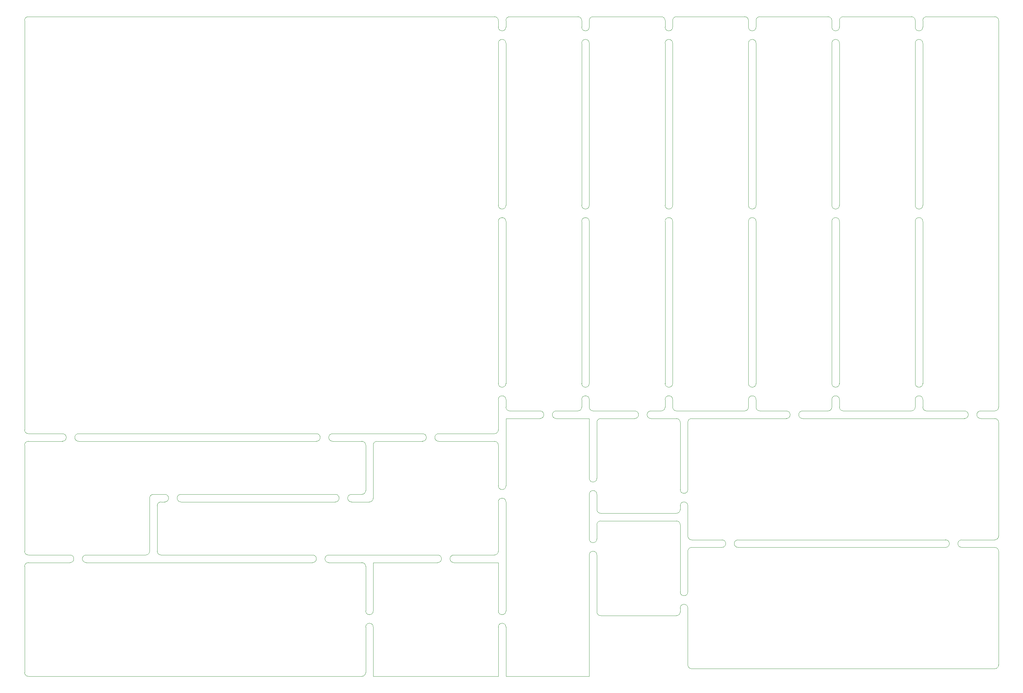
<source format=gbr>
%TF.GenerationSoftware,KiCad,Pcbnew,(6.0.5)*%
%TF.CreationDate,2022-07-28T21:37:23+02:00*%
%TF.ProjectId,clarinoid-devboard,636c6172-696e-46f6-9964-2d646576626f,rev?*%
%TF.SameCoordinates,Original*%
%TF.FileFunction,Profile,NP*%
%FSLAX46Y46*%
G04 Gerber Fmt 4.6, Leading zero omitted, Abs format (unit mm)*
G04 Created by KiCad (PCBNEW (6.0.5)) date 2022-07-28 21:37:23*
%MOMM*%
%LPD*%
G01*
G04 APERTURE LIST*
%TA.AperFunction,Profile*%
%ADD10C,0.100000*%
%TD*%
G04 APERTURE END LIST*
D10*
X525139305Y-4850035D02*
X543139304Y-4850034D01*
X504139274Y-111850064D02*
X504139304Y-129600034D01*
X412389304Y-114849966D02*
G75*
G03*
X412389304Y-116850034I-4J-1000034D01*
G01*
X422139304Y-132850104D02*
G75*
G03*
X423139304Y-131850034I-4J1000004D01*
G01*
X347389304Y-146849966D02*
G75*
G03*
X347389304Y-148850034I-4J-1000034D01*
G01*
X456139304Y-148850034D02*
X456139304Y-161600034D01*
X568139304Y-58850034D02*
G75*
G03*
X566139304Y-58850034I-1000000J0D01*
G01*
X504139304Y-129600034D02*
G75*
G03*
X506139304Y-129600034I1000000J0D01*
G01*
X368139304Y-130850034D02*
X365139304Y-130850034D01*
X331139266Y-113850034D02*
G75*
G03*
X332139304Y-114850034I1000034J34D01*
G01*
X423139304Y-148850034D02*
X440139304Y-148850034D01*
X467139304Y-110849966D02*
G75*
G03*
X467139304Y-108850034I-4J999966D01*
G01*
X568139304Y-105850034D02*
X568139304Y-107850034D01*
X507139304Y-110850004D02*
G75*
G03*
X506139304Y-111850034I-4J-999996D01*
G01*
X587139303Y-108850033D02*
X583389304Y-108850034D01*
X347389304Y-148850034D02*
X407139304Y-148850034D01*
X566139304Y-101600034D02*
G75*
G03*
X568139304Y-101600034I1000000J0D01*
G01*
X482139366Y-134850034D02*
G75*
G03*
X483139304Y-135850034I999934J-66D01*
G01*
X500139304Y-105850034D02*
X500139303Y-107850033D01*
X471389304Y-110850034D02*
X480139304Y-110850034D01*
X436139304Y-116849966D02*
G75*
G03*
X436139304Y-114850034I-4J999966D01*
G01*
X587139274Y-142849974D02*
G75*
G03*
X588139274Y-141850004I26J999974D01*
G01*
X502139304Y-58850034D02*
G75*
G03*
X500139304Y-58850034I-1000000J0D01*
G01*
X455139274Y-116850064D02*
X440389304Y-116850034D01*
X480139304Y-7600034D02*
X480139305Y-5850035D01*
X455139274Y-146850004D02*
X444389304Y-146850034D01*
X456139304Y-58850034D02*
X456139304Y-101600034D01*
X543139303Y-108850003D02*
G75*
G03*
X544139303Y-107850033I-3J1000003D01*
G01*
X365139304Y-130850004D02*
G75*
G03*
X364139304Y-131850034I-4J-999996D01*
G01*
X483139304Y-135850034D02*
X503139274Y-135850004D01*
X456139304Y-105850034D02*
X456139304Y-113850034D01*
X519389304Y-142850034D02*
X574139304Y-142850034D01*
X440389304Y-114850034D02*
X455139304Y-114850034D01*
X480139304Y-146850034D02*
X480139304Y-178850034D01*
X345389304Y-114850034D02*
X408139304Y-114850034D01*
X421139304Y-161600034D02*
X421139274Y-149850064D01*
X544139304Y-101600034D02*
G75*
G03*
X546139304Y-101600034I1000000J0D01*
G01*
X524139304Y-11850034D02*
G75*
G03*
X522139304Y-11850034I-1000000J0D01*
G01*
X413139304Y-132849966D02*
G75*
G03*
X413139304Y-130850034I-4J999966D01*
G01*
X532139304Y-110849966D02*
G75*
G03*
X532139304Y-108850034I-4J999966D01*
G01*
X421139244Y-177850034D02*
X421139304Y-165850034D01*
X522139304Y-54600034D02*
G75*
G03*
X524139304Y-54600034I1000000J0D01*
G01*
X587139304Y-144850034D02*
X578389304Y-144850034D01*
X506139304Y-145850034D02*
X506139304Y-156600034D01*
X544139304Y-54600034D02*
X544139304Y-11850034D01*
X500139304Y-101600034D02*
G75*
G03*
X502139304Y-101600034I1000000J0D01*
G01*
X332139304Y-148850004D02*
G75*
G03*
X331139304Y-149850034I-4J-999996D01*
G01*
X521139303Y-108850003D02*
G75*
G03*
X522139303Y-107850033I-3J1000003D01*
G01*
X568139304Y-105850034D02*
G75*
G03*
X566139304Y-105850034I-1000000J0D01*
G01*
X332139304Y-114850034D02*
X341139304Y-114850034D01*
X458139304Y-132850034D02*
G75*
G03*
X456139304Y-132850034I-1000000J0D01*
G01*
X574139304Y-144849966D02*
G75*
G03*
X574139304Y-142850034I-4J999966D01*
G01*
X372389304Y-130849966D02*
G75*
G03*
X372389304Y-132850034I-4J-1000034D01*
G01*
X331139366Y-177850034D02*
G75*
G03*
X332139304Y-178850034I999934J-66D01*
G01*
X458139304Y-5850034D02*
X458139304Y-7600034D01*
X504139236Y-111850064D02*
G75*
G03*
X503139274Y-110850064I-999936J64D01*
G01*
X524139304Y-107850034D02*
X524139304Y-105850034D01*
X588139266Y-145850034D02*
G75*
G03*
X587139304Y-144850034I-999966J34D01*
G01*
X332139304Y-4850034D02*
X455139304Y-4850034D01*
X579139304Y-110850034D02*
X536389304Y-110850034D01*
X546139304Y-101600034D02*
X546139304Y-58850034D01*
X481139305Y-4850005D02*
G75*
G03*
X480139305Y-5850035I-5J-999995D01*
G01*
X459139304Y-4850034D02*
X477139303Y-4850035D01*
X482139304Y-130850034D02*
G75*
G03*
X480139304Y-130850034I-1000000J0D01*
G01*
X532139304Y-110850034D02*
X507139304Y-110850034D01*
X458139267Y-107850033D02*
G75*
G03*
X459139305Y-108850033I1000033J33D01*
G01*
X467139304Y-110850034D02*
X458139304Y-110850034D01*
X424139304Y-116850004D02*
G75*
G03*
X423139304Y-117850034I-4J-999996D01*
G01*
X507139304Y-142850034D02*
X515139304Y-142850034D01*
X544139304Y-7600034D02*
G75*
G03*
X546139304Y-7600034I1000000J0D01*
G01*
X456139304Y-11850034D02*
X456139304Y-54600034D01*
X420139304Y-130850034D02*
X417389304Y-130850034D01*
X408139304Y-116849966D02*
G75*
G03*
X408139304Y-114850034I-4J999966D01*
G01*
X478139304Y-11850034D02*
X478139304Y-54600034D01*
X566139304Y-54600034D02*
G75*
G03*
X568139304Y-54600034I1000000J0D01*
G01*
X524139304Y-105850034D02*
G75*
G03*
X522139304Y-105850034I-1000000J0D01*
G01*
X456139304Y-7600034D02*
X456139304Y-5850034D01*
X407139304Y-148849966D02*
G75*
G03*
X407139304Y-146850034I-4J999966D01*
G01*
X566139304Y-101600034D02*
X566139304Y-58850034D01*
X504139236Y-138850064D02*
G75*
G03*
X503139274Y-137850064I-999936J64D01*
G01*
X423139304Y-178850034D02*
X423139304Y-165850034D01*
X506139304Y-133850034D02*
X506139304Y-141850034D01*
X478139304Y-105850034D02*
X478139304Y-107850034D01*
X480139304Y-130850034D02*
X480139304Y-142600034D01*
X417389304Y-132850034D02*
X422139304Y-132850034D01*
X347389304Y-146850034D02*
X363139274Y-146850004D01*
X569139304Y-4850004D02*
G75*
G03*
X568139304Y-5850034I-4J-999996D01*
G01*
X506139304Y-160850034D02*
G75*
G03*
X504139304Y-160850034I-1000000J0D01*
G01*
X458139304Y-58850034D02*
G75*
G03*
X456139304Y-58850034I-1000000J0D01*
G01*
X459139304Y-4850104D02*
G75*
G03*
X458139304Y-5850034I-4J-999996D01*
G01*
X547139305Y-4850035D02*
X565139304Y-4850034D01*
X583389304Y-110850034D02*
X587139274Y-110850064D01*
X524139304Y-101600034D02*
X524139304Y-58850034D01*
X587139303Y-108850003D02*
G75*
G03*
X588139303Y-107850033I-3J1000003D01*
G01*
X503139305Y-4850035D02*
X521139304Y-4850034D01*
X343139304Y-148849966D02*
G75*
G03*
X343139304Y-146850034I-4J999966D01*
G01*
X423139304Y-161600034D02*
X423139304Y-148850034D01*
X455139274Y-146849974D02*
G75*
G03*
X456139274Y-145850004I26J999974D01*
G01*
X569139304Y-4850035D02*
X587139303Y-4850034D01*
X456139266Y-5850034D02*
G75*
G03*
X455139304Y-4850034I-999966J34D01*
G01*
X343139304Y-148850034D02*
X332139304Y-148850034D01*
X579139304Y-108850034D02*
X569139304Y-108850034D01*
X502139304Y-105850034D02*
G75*
G03*
X500139304Y-105850034I-1000000J0D01*
G01*
X363139274Y-146849974D02*
G75*
G03*
X364139274Y-145850004I26J999974D01*
G01*
X503139274Y-162850074D02*
G75*
G03*
X504139274Y-161850034I26J999974D01*
G01*
X482139304Y-146850034D02*
G75*
G03*
X480139304Y-146850034I-1000000J0D01*
G01*
X525139304Y-108850034D02*
X532139304Y-108850034D01*
X544139304Y-105850034D02*
X544139303Y-107850033D01*
X411389304Y-146850034D02*
X440139304Y-146850034D01*
X500139304Y-101600034D02*
X500139304Y-58850034D01*
X507139304Y-144850004D02*
G75*
G03*
X506139304Y-145850034I-4J-999996D01*
G01*
X482139304Y-146850034D02*
X482139304Y-161850034D01*
X524139304Y-58850034D02*
G75*
G03*
X522139304Y-58850034I-1000000J0D01*
G01*
X502139304Y-107850034D02*
X502139304Y-105850034D01*
X536389304Y-108850034D02*
X543139303Y-108850033D01*
X332139304Y-116850004D02*
G75*
G03*
X331139304Y-117850034I-4J-999996D01*
G01*
X521139303Y-108850033D02*
X503139304Y-108850034D01*
X456139304Y-178850034D02*
X423139304Y-178850034D01*
X506139304Y-133850034D02*
G75*
G03*
X504139304Y-133850034I-1000000J0D01*
G01*
X458139304Y-161600034D02*
X458139304Y-132850034D01*
X500139304Y-7600034D02*
X500139304Y-5850034D01*
X480139304Y-11850034D02*
G75*
G03*
X478139304Y-11850034I-1000000J0D01*
G01*
X588139274Y-111850064D02*
X588139274Y-141850004D01*
X417389304Y-130849966D02*
G75*
G03*
X417389304Y-132850034I-4J-1000034D01*
G01*
X546139304Y-7600034D02*
X546139305Y-5850035D01*
X546139304Y-105850034D02*
G75*
G03*
X544139304Y-105850034I-1000000J0D01*
G01*
X480139304Y-58850034D02*
G75*
G03*
X478139304Y-58850034I-1000000J0D01*
G01*
X503139274Y-137850064D02*
X483139304Y-137850034D01*
X587139304Y-176850034D02*
X507139304Y-176850034D01*
X341139304Y-116849966D02*
G75*
G03*
X341139304Y-114850034I-4J999966D01*
G01*
X436139304Y-116850034D02*
X424139304Y-116850034D01*
X456139304Y-7600034D02*
G75*
G03*
X458139304Y-7600034I1000000J0D01*
G01*
X480139304Y-101600034D02*
X480139304Y-58850034D01*
X496389304Y-108850034D02*
X499139303Y-108850033D01*
X506139304Y-160850034D02*
X506139304Y-175850034D01*
X407139304Y-146850034D02*
X367139304Y-146850034D01*
X478139304Y-7600034D02*
G75*
G03*
X480139304Y-7600034I1000000J0D01*
G01*
X481139304Y-108850034D02*
X492139304Y-108850034D01*
X504139304Y-156600034D02*
G75*
G03*
X506139304Y-156600034I1000000J0D01*
G01*
X456139304Y-101600034D02*
G75*
G03*
X458139304Y-101600034I1000000J0D01*
G01*
X506139366Y-141850034D02*
G75*
G03*
X507139304Y-142850034I999934J-66D01*
G01*
X578389304Y-142849966D02*
G75*
G03*
X578389304Y-144850034I-4J-1000034D01*
G01*
X568139304Y-101600034D02*
X568139304Y-58850034D01*
X331139304Y-117850034D02*
X331139304Y-145850034D01*
X456139304Y-161600034D02*
G75*
G03*
X458139304Y-161600034I1000000J0D01*
G01*
X483139334Y-110850034D02*
G75*
G03*
X482139334Y-111850064I-34J-999966D01*
G01*
X423139304Y-131850034D02*
X423139304Y-117850034D01*
X478139265Y-5850035D02*
G75*
G03*
X477139303Y-4850035I-999965J35D01*
G01*
X480139304Y-110850034D02*
X480139304Y-126600034D01*
X480139304Y-107850034D02*
X480139304Y-105850034D01*
X588139304Y-145850034D02*
X588139304Y-175850034D01*
X411389304Y-146849966D02*
G75*
G03*
X411389304Y-148850034I-4J-1000034D01*
G01*
X566139304Y-7600034D02*
X566139304Y-5850034D01*
X372389304Y-130850034D02*
X413139304Y-130850034D01*
X566139304Y-105850034D02*
X566139303Y-107850033D01*
X522139304Y-105850034D02*
X522139303Y-107850033D01*
X456139304Y-132850034D02*
X456139274Y-145850004D01*
X502139304Y-54600034D02*
X502139304Y-11850034D01*
X456139304Y-128600034D02*
G75*
G03*
X458139304Y-128600034I1000000J0D01*
G01*
X588139236Y-111850064D02*
G75*
G03*
X587139274Y-110850064I-999936J64D01*
G01*
X547139305Y-4850005D02*
G75*
G03*
X546139305Y-5850035I-5J-999995D01*
G01*
X504139304Y-160850034D02*
X504139274Y-161850034D01*
X482139366Y-161850034D02*
G75*
G03*
X483139304Y-162850034I999934J-66D01*
G01*
X579139304Y-110849966D02*
G75*
G03*
X579139304Y-108850034I-4J999966D01*
G01*
X496389304Y-110850034D02*
X503139274Y-110850064D01*
X506139366Y-175850034D02*
G75*
G03*
X507139304Y-176850034I999934J-66D01*
G01*
X502139304Y-101600034D02*
X502139304Y-58850034D01*
X459139305Y-108850033D02*
X467139304Y-108850034D01*
X456139304Y-165850034D02*
X456139304Y-178850034D01*
X367139304Y-132850004D02*
G75*
G03*
X366139304Y-133850034I-4J-999996D01*
G01*
X506139304Y-129600034D02*
X506139304Y-111850034D01*
X515139304Y-144849966D02*
G75*
G03*
X515139304Y-142850034I-4J999966D01*
G01*
X503139274Y-135849974D02*
G75*
G03*
X504139274Y-134850004I26J999974D01*
G01*
X456139236Y-117850064D02*
G75*
G03*
X455139274Y-116850064I-999936J64D01*
G01*
X522139304Y-7600034D02*
X522139304Y-5850034D01*
X368139304Y-132849966D02*
G75*
G03*
X368139304Y-130850034I-4J999966D01*
G01*
X546139304Y-58850034D02*
G75*
G03*
X544139304Y-58850034I-1000000J0D01*
G01*
X331139304Y-149850034D02*
X331139304Y-177850034D01*
X522139304Y-101600034D02*
X522139304Y-58850034D01*
X588139303Y-5850034D02*
X588139303Y-107850033D01*
X458139304Y-165850034D02*
G75*
G03*
X456139304Y-165850034I-1000000J0D01*
G01*
X478139304Y-58850034D02*
X478139304Y-101600034D01*
X332139304Y-116850034D02*
X341139304Y-116850034D01*
X500139266Y-5850034D02*
G75*
G03*
X499139304Y-4850034I-999966J34D01*
G01*
X480139304Y-142600034D02*
G75*
G03*
X482139304Y-142600034I1000000J0D01*
G01*
X421139266Y-117850034D02*
G75*
G03*
X420139304Y-116850034I-999966J34D01*
G01*
X492139304Y-110849966D02*
G75*
G03*
X492139304Y-108850034I-4J999966D01*
G01*
X566139304Y-54600034D02*
X566139304Y-11850034D01*
X546139304Y-54600034D02*
X546139304Y-11850034D01*
X519389304Y-142849966D02*
G75*
G03*
X519389304Y-144850034I-4J-1000034D01*
G01*
X478139304Y-54600034D02*
G75*
G03*
X480139304Y-54600034I1000000J0D01*
G01*
X413139304Y-132850034D02*
X372389304Y-132850034D01*
X525139305Y-4850005D02*
G75*
G03*
X524139305Y-5850035I-5J-999995D01*
G01*
X566139266Y-5850034D02*
G75*
G03*
X565139304Y-4850034I-999966J34D01*
G01*
X423139304Y-165850034D02*
G75*
G03*
X421139304Y-165850034I-1000000J0D01*
G01*
X480139304Y-126600034D02*
G75*
G03*
X482139304Y-126600034I1000000J0D01*
G01*
X574139304Y-144850034D02*
X519389304Y-144850034D01*
X366139304Y-145850034D02*
X366139304Y-133850034D01*
X478139304Y-101600034D02*
G75*
G03*
X480139304Y-101600034I1000000J0D01*
G01*
X500139304Y-54600034D02*
X500139304Y-11850034D01*
X331139366Y-145850034D02*
G75*
G03*
X332139304Y-146850034I999934J-66D01*
G01*
X458139304Y-11850034D02*
G75*
G03*
X456139304Y-11850034I-1000000J0D01*
G01*
X481139305Y-4850035D02*
X499139304Y-4850034D01*
X544139266Y-5850034D02*
G75*
G03*
X543139304Y-4850034I-999966J34D01*
G01*
X588139266Y-5850034D02*
G75*
G03*
X587139303Y-4850034I-999966J34D01*
G01*
X587139304Y-176850104D02*
G75*
G03*
X588139304Y-175850034I-4J1000004D01*
G01*
X566139304Y-7600034D02*
G75*
G03*
X568139304Y-7600034I1000000J0D01*
G01*
X331139304Y-113850034D02*
X331139304Y-5850034D01*
X522139266Y-5850034D02*
G75*
G03*
X521139304Y-4850034I-999966J34D01*
G01*
X499139303Y-108850003D02*
G75*
G03*
X500139303Y-107850033I-3J1000003D01*
G01*
X524139304Y-7600034D02*
X524139305Y-5850035D01*
X480139304Y-54600034D02*
X480139304Y-11850034D01*
X444389304Y-146849966D02*
G75*
G03*
X444389304Y-148850034I-4J-1000034D01*
G01*
X515139304Y-144850034D02*
X507139304Y-144850034D01*
X536389304Y-108849966D02*
G75*
G03*
X536389304Y-110850034I-4J-1000034D01*
G01*
X544139304Y-7600034D02*
X544139304Y-5850034D01*
X502139304Y-11850034D02*
G75*
G03*
X500139304Y-11850034I-1000000J0D01*
G01*
X456139304Y-54600034D02*
G75*
G03*
X458139304Y-54600034I1000000J0D01*
G01*
X544139304Y-54600034D02*
G75*
G03*
X546139304Y-54600034I1000000J0D01*
G01*
X502139304Y-7600034D02*
X502139305Y-5850035D01*
X502139266Y-107850034D02*
G75*
G03*
X503139304Y-108850034I1000034J34D01*
G01*
X482139334Y-111850064D02*
X482139304Y-126600034D01*
X421139236Y-149850064D02*
G75*
G03*
X420139274Y-148850064I-999936J64D01*
G01*
X477139304Y-108850104D02*
G75*
G03*
X478139304Y-107850034I-4J1000004D01*
G01*
X480139304Y-105850034D02*
G75*
G03*
X478139304Y-105850034I-1000000J0D01*
G01*
X420139304Y-130850104D02*
G75*
G03*
X421139304Y-129850034I-4J1000004D01*
G01*
X524139304Y-54600034D02*
X524139304Y-11850034D01*
X456139274Y-117850064D02*
X456139304Y-128600034D01*
X568139266Y-107850034D02*
G75*
G03*
X569139304Y-108850034I1000034J34D01*
G01*
X458139304Y-58850034D02*
X458139304Y-101600034D01*
X482139304Y-130850034D02*
X482139304Y-134850034D01*
X500139304Y-7600034D02*
G75*
G03*
X502139304Y-7600034I1000000J0D01*
G01*
X421139304Y-161600034D02*
G75*
G03*
X423139304Y-161600034I1000000J0D01*
G01*
X458139304Y-110850034D02*
X458139304Y-128600034D01*
X480139304Y-178850034D02*
X458139304Y-178850034D01*
X458139304Y-165850034D02*
X458139304Y-178850034D01*
X420139244Y-178850044D02*
G75*
G03*
X421139244Y-177850034I56J999944D01*
G01*
X332139304Y-146850034D02*
X343139304Y-146850034D01*
X565139303Y-108850033D02*
X547139304Y-108850034D01*
X345389304Y-116850034D02*
X408139304Y-116850034D01*
X482139304Y-138850034D02*
X482139304Y-142600034D01*
X332139304Y-178850034D02*
X420139244Y-178850034D01*
X444389304Y-148850034D02*
X456139304Y-148850034D01*
X345389304Y-114849966D02*
G75*
G03*
X345389304Y-116850034I-4J-1000034D01*
G01*
X458139304Y-105850034D02*
G75*
G03*
X456139304Y-105850034I-1000000J0D01*
G01*
X546139304Y-11850034D02*
G75*
G03*
X544139304Y-11850034I-1000000J0D01*
G01*
X471389304Y-108850034D02*
X477139304Y-108850034D01*
X483139304Y-137850004D02*
G75*
G03*
X482139304Y-138850034I-4J-999996D01*
G01*
X421139304Y-117850034D02*
X421139304Y-129850034D01*
X480139266Y-107850034D02*
G75*
G03*
X481139304Y-108850034I1000034J34D01*
G01*
X568139304Y-54600034D02*
X568139304Y-11850034D01*
X522139304Y-7600034D02*
G75*
G03*
X524139304Y-7600034I1000000J0D01*
G01*
X364139304Y-131850034D02*
X364139274Y-145850004D01*
X366139366Y-145850034D02*
G75*
G03*
X367139304Y-146850034I999934J-66D01*
G01*
X458139305Y-107850033D02*
X458139304Y-105850034D01*
X496389304Y-108849966D02*
G75*
G03*
X496389304Y-110850034I-4J-1000034D01*
G01*
X504139304Y-133850034D02*
X504139274Y-134850004D01*
X420139274Y-148850064D02*
X411389304Y-148850034D01*
X478139303Y-5850035D02*
X478139304Y-7600034D01*
X440389304Y-114849966D02*
G75*
G03*
X440389304Y-116850034I-4J-1000034D01*
G01*
X440139304Y-148849966D02*
G75*
G03*
X440139304Y-146850034I-4J999966D01*
G01*
X471389304Y-108849966D02*
G75*
G03*
X471389304Y-110850034I-4J-1000034D01*
G01*
X367139304Y-132850034D02*
X368139304Y-132850034D01*
X583389304Y-108849966D02*
G75*
G03*
X583389304Y-110850034I-4J-1000034D01*
G01*
X568139304Y-7600034D02*
X568139304Y-5850034D01*
X500139304Y-54600034D02*
G75*
G03*
X502139304Y-54600034I1000000J0D01*
G01*
X483139304Y-162850034D02*
X503139274Y-162850034D01*
X578389304Y-142850034D02*
X587139274Y-142850004D01*
X568139304Y-11850034D02*
G75*
G03*
X566139304Y-11850034I-1000000J0D01*
G01*
X455139304Y-114850104D02*
G75*
G03*
X456139304Y-113850034I-4J1000004D01*
G01*
X332139304Y-4850104D02*
G75*
G03*
X331139304Y-5850034I-4J-999996D01*
G01*
X544139304Y-101600034D02*
X544139304Y-58850034D01*
X420139304Y-116850034D02*
X412389304Y-116850034D01*
X546139266Y-107850034D02*
G75*
G03*
X547139304Y-108850034I1000034J34D01*
G01*
X503139305Y-4850005D02*
G75*
G03*
X502139305Y-5850035I-5J-999995D01*
G01*
X546139304Y-107850034D02*
X546139304Y-105850034D01*
X504139304Y-156600034D02*
X504139274Y-138850064D01*
X524139266Y-107850034D02*
G75*
G03*
X525139304Y-108850034I1000034J34D01*
G01*
X492139304Y-110850034D02*
X483139334Y-110850064D01*
X522139304Y-101600034D02*
G75*
G03*
X524139304Y-101600034I1000000J0D01*
G01*
X412389304Y-114850034D02*
X436139304Y-114850034D01*
X458139304Y-11850034D02*
X458139304Y-54600034D01*
X522139304Y-54600034D02*
X522139304Y-11850034D01*
X565139303Y-108850003D02*
G75*
G03*
X566139303Y-107850033I-3J1000003D01*
G01*
M02*

</source>
